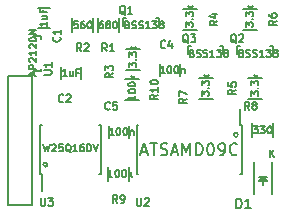
<source format=gto>
G04 #@! TF.FileFunction,Legend,Top*
%FSLAX46Y46*%
G04 Gerber Fmt 4.6, Leading zero omitted, Abs format (unit mm)*
G04 Created by KiCad (PCBNEW 4.0.5) date 11/08/17 14:45:23*
%MOMM*%
%LPD*%
G01*
G04 APERTURE LIST*
%ADD10C,0.100000*%
%ADD11C,0.150000*%
%ADD12C,0.200000*%
%ADD13C,0.152400*%
G04 APERTURE END LIST*
D10*
D11*
X196311857Y-58818429D02*
X196311857Y-58218429D01*
X196654714Y-58818429D02*
X196397571Y-58475571D01*
X196654714Y-58218429D02*
X196311857Y-58561286D01*
D12*
X193600605Y-56896000D02*
G75*
G03X193600605Y-56896000I-179605J0D01*
G01*
X177471605Y-59436000D02*
G75*
G03X177471605Y-59436000I-179605J0D01*
G01*
D11*
X184390000Y-59598000D02*
X184390000Y-60798000D01*
X182640000Y-60798000D02*
X182640000Y-59598000D01*
X188683000Y-51919000D02*
X188683000Y-50919000D01*
X186983000Y-50919000D02*
X186983000Y-51919000D01*
X193934000Y-56091000D02*
X193819000Y-56091000D01*
X193934000Y-60241000D02*
X193819000Y-60241000D01*
X185034000Y-60241000D02*
X185149000Y-60241000D01*
X185034000Y-56091000D02*
X185149000Y-56091000D01*
X193934000Y-56091000D02*
X193934000Y-60241000D01*
X185034000Y-56091000D02*
X185034000Y-60241000D01*
X193819000Y-56091000D02*
X193819000Y-54716000D01*
X176876000Y-60241000D02*
X177021000Y-60241000D01*
X176876000Y-56091000D02*
X177021000Y-56091000D01*
X182026000Y-56091000D02*
X181881000Y-56091000D01*
X182026000Y-60241000D02*
X181881000Y-60241000D01*
X176876000Y-60241000D02*
X176876000Y-56091000D01*
X182026000Y-60241000D02*
X182026000Y-56091000D01*
X177021000Y-60241000D02*
X177021000Y-61641000D01*
X176665000Y-47840000D02*
X177665000Y-47840000D01*
X177665000Y-46140000D02*
X176665000Y-46140000D01*
X178601000Y-51189000D02*
X178601000Y-52189000D01*
X180301000Y-52189000D02*
X180301000Y-51189000D01*
X184365000Y-57142000D02*
X184365000Y-56142000D01*
X182665000Y-56142000D02*
X182665000Y-57142000D01*
X186719160Y-46974760D02*
X186670900Y-46974760D01*
X183920180Y-47675800D02*
X183920180Y-46974760D01*
X183920180Y-46974760D02*
X184169100Y-46974760D01*
X186719160Y-46974760D02*
X186919820Y-46974760D01*
X186919820Y-46974760D02*
X186919820Y-47675800D01*
X196371160Y-49387760D02*
X196322900Y-49387760D01*
X193572180Y-50088800D02*
X193572180Y-49387760D01*
X193572180Y-49387760D02*
X193821100Y-49387760D01*
X196371160Y-49387760D02*
X196571820Y-49387760D01*
X196571820Y-49387760D02*
X196571820Y-50088800D01*
X192180160Y-49387760D02*
X192131900Y-49387760D01*
X189381180Y-50088800D02*
X189381180Y-49387760D01*
X189381180Y-49387760D02*
X189630100Y-49387760D01*
X192180160Y-49387760D02*
X192380820Y-49387760D01*
X192380820Y-49387760D02*
X192380820Y-50088800D01*
X181751000Y-48225000D02*
X181751000Y-47025000D01*
X183501000Y-47025000D02*
X183501000Y-48225000D01*
X179592000Y-48225000D02*
X179592000Y-47025000D01*
X181342000Y-47025000D02*
X181342000Y-48225000D01*
X185324000Y-51421000D02*
X184124000Y-51421000D01*
X184124000Y-49671000D02*
X185324000Y-49671000D01*
X190145000Y-47992000D02*
X188945000Y-47992000D01*
X188945000Y-46242000D02*
X190145000Y-46242000D01*
X195672000Y-53834000D02*
X194472000Y-53834000D01*
X194472000Y-52084000D02*
X195672000Y-52084000D01*
X195225000Y-47992000D02*
X194025000Y-47992000D01*
X194025000Y-46242000D02*
X195225000Y-46242000D01*
X190281000Y-52084000D02*
X191481000Y-52084000D01*
X191481000Y-53834000D02*
X190281000Y-53834000D01*
X196582000Y-55915000D02*
X196582000Y-57115000D01*
X194832000Y-57115000D02*
X194832000Y-55915000D01*
X176926240Y-51337160D02*
X176926240Y-51288900D01*
X176225200Y-48538180D02*
X176926240Y-48538180D01*
X176926240Y-48538180D02*
X176926240Y-48787100D01*
X176926240Y-51337160D02*
X176926240Y-51537820D01*
X176926240Y-51537820D02*
X176225200Y-51537820D01*
X176149000Y-51943000D02*
X176149000Y-62865000D01*
X174117000Y-62865000D02*
X174117000Y-51943000D01*
X174117000Y-51943000D02*
X176149000Y-51943000D01*
X176149000Y-62865000D02*
X174117000Y-62865000D01*
X185258000Y-53961000D02*
X184058000Y-53961000D01*
X184058000Y-52211000D02*
X185258000Y-52211000D01*
X194957000Y-59233000D02*
X194957000Y-61933000D01*
X196457000Y-59233000D02*
X196457000Y-61933000D01*
X195557000Y-60733000D02*
X195807000Y-60733000D01*
X195807000Y-60733000D02*
X195657000Y-60583000D01*
X196057000Y-60483000D02*
X195357000Y-60483000D01*
X195707000Y-60833000D02*
X195707000Y-61183000D01*
X195707000Y-60483000D02*
X196057000Y-60833000D01*
X196057000Y-60833000D02*
X195357000Y-60833000D01*
X195357000Y-60833000D02*
X195707000Y-60483000D01*
D13*
X183404934Y-62655752D02*
X183184800Y-62341276D01*
X183027562Y-62655752D02*
X183027562Y-61995352D01*
X183279143Y-61995352D01*
X183342038Y-62026800D01*
X183373486Y-62058248D01*
X183404934Y-62121143D01*
X183404934Y-62215486D01*
X183373486Y-62278381D01*
X183342038Y-62309829D01*
X183279143Y-62341276D01*
X183027562Y-62341276D01*
X183719410Y-62655752D02*
X183845200Y-62655752D01*
X183908095Y-62624305D01*
X183939543Y-62592857D01*
X184002438Y-62498514D01*
X184033886Y-62372724D01*
X184033886Y-62121143D01*
X184002438Y-62058248D01*
X183970991Y-62026800D01*
X183908095Y-61995352D01*
X183782305Y-61995352D01*
X183719410Y-62026800D01*
X183687962Y-62058248D01*
X183656514Y-62121143D01*
X183656514Y-62278381D01*
X183687962Y-62341276D01*
X183719410Y-62372724D01*
X183782305Y-62404171D01*
X183908095Y-62404171D01*
X183970991Y-62372724D01*
X184002438Y-62341276D01*
X184033886Y-62278381D01*
X182988858Y-60463571D02*
X182640515Y-60463571D01*
X182814687Y-60463571D02*
X182814687Y-59853971D01*
X182756630Y-59941057D01*
X182698572Y-59999114D01*
X182640515Y-60028143D01*
X183366229Y-59853971D02*
X183424286Y-59853971D01*
X183482343Y-59883000D01*
X183511372Y-59912029D01*
X183540401Y-59970086D01*
X183569429Y-60086200D01*
X183569429Y-60231343D01*
X183540401Y-60347457D01*
X183511372Y-60405514D01*
X183482343Y-60434543D01*
X183424286Y-60463571D01*
X183366229Y-60463571D01*
X183308172Y-60434543D01*
X183279143Y-60405514D01*
X183250115Y-60347457D01*
X183221086Y-60231343D01*
X183221086Y-60086200D01*
X183250115Y-59970086D01*
X183279143Y-59912029D01*
X183308172Y-59883000D01*
X183366229Y-59853971D01*
X183946800Y-59853971D02*
X184004857Y-59853971D01*
X184062914Y-59883000D01*
X184091943Y-59912029D01*
X184120972Y-59970086D01*
X184150000Y-60086200D01*
X184150000Y-60231343D01*
X184120972Y-60347457D01*
X184091943Y-60405514D01*
X184062914Y-60434543D01*
X184004857Y-60463571D01*
X183946800Y-60463571D01*
X183888743Y-60434543D01*
X183859714Y-60405514D01*
X183830686Y-60347457D01*
X183801657Y-60231343D01*
X183801657Y-60086200D01*
X183830686Y-59970086D01*
X183859714Y-59912029D01*
X183888743Y-59883000D01*
X183946800Y-59853971D01*
X184411257Y-60463571D02*
X184411257Y-59853971D01*
X184469314Y-60231343D02*
X184643485Y-60463571D01*
X184643485Y-60057171D02*
X184411257Y-60289400D01*
X187468934Y-49511857D02*
X187437486Y-49543305D01*
X187343143Y-49574752D01*
X187280248Y-49574752D01*
X187185905Y-49543305D01*
X187123010Y-49480410D01*
X187091562Y-49417514D01*
X187060114Y-49291724D01*
X187060114Y-49197381D01*
X187091562Y-49071590D01*
X187123010Y-49008695D01*
X187185905Y-48945800D01*
X187280248Y-48914352D01*
X187343143Y-48914352D01*
X187437486Y-48945800D01*
X187468934Y-48977248D01*
X188034991Y-49134486D02*
X188034991Y-49574752D01*
X187877753Y-48882905D02*
X187720514Y-49354619D01*
X188129334Y-49354619D01*
X187404829Y-51694771D02*
X187056486Y-51694771D01*
X187230658Y-51694771D02*
X187230658Y-51085171D01*
X187172601Y-51172257D01*
X187114543Y-51230314D01*
X187056486Y-51259343D01*
X187782200Y-51085171D02*
X187840257Y-51085171D01*
X187898314Y-51114200D01*
X187927343Y-51143229D01*
X187956372Y-51201286D01*
X187985400Y-51317400D01*
X187985400Y-51462543D01*
X187956372Y-51578657D01*
X187927343Y-51636714D01*
X187898314Y-51665743D01*
X187840257Y-51694771D01*
X187782200Y-51694771D01*
X187724143Y-51665743D01*
X187695114Y-51636714D01*
X187666086Y-51578657D01*
X187637057Y-51462543D01*
X187637057Y-51317400D01*
X187666086Y-51201286D01*
X187695114Y-51143229D01*
X187724143Y-51114200D01*
X187782200Y-51085171D01*
X188362771Y-51085171D02*
X188420828Y-51085171D01*
X188478885Y-51114200D01*
X188507914Y-51143229D01*
X188536943Y-51201286D01*
X188565971Y-51317400D01*
X188565971Y-51462543D01*
X188536943Y-51578657D01*
X188507914Y-51636714D01*
X188478885Y-51665743D01*
X188420828Y-51694771D01*
X188362771Y-51694771D01*
X188304714Y-51665743D01*
X188275685Y-51636714D01*
X188246657Y-51578657D01*
X188217628Y-51462543D01*
X188217628Y-51317400D01*
X188246657Y-51201286D01*
X188275685Y-51143229D01*
X188304714Y-51114200D01*
X188362771Y-51085171D01*
X188827228Y-51288371D02*
X188827228Y-51694771D01*
X188827228Y-51346429D02*
X188856256Y-51317400D01*
X188914314Y-51288371D01*
X189001399Y-51288371D01*
X189059456Y-51317400D01*
X189088485Y-51375457D01*
X189088485Y-51694771D01*
X185043838Y-62249352D02*
X185043838Y-62783962D01*
X185075286Y-62846857D01*
X185106733Y-62878305D01*
X185169629Y-62909752D01*
X185295419Y-62909752D01*
X185358314Y-62878305D01*
X185389762Y-62846857D01*
X185421210Y-62783962D01*
X185421210Y-62249352D01*
X185704238Y-62312248D02*
X185735686Y-62280800D01*
X185798581Y-62249352D01*
X185955819Y-62249352D01*
X186018715Y-62280800D01*
X186050162Y-62312248D01*
X186081610Y-62375143D01*
X186081610Y-62438038D01*
X186050162Y-62532381D01*
X185672791Y-62909752D01*
X186081610Y-62909752D01*
D11*
X185436381Y-58332667D02*
X185912572Y-58332667D01*
X185341143Y-58618381D02*
X185674476Y-57618381D01*
X186007810Y-58618381D01*
X186198286Y-57618381D02*
X186769715Y-57618381D01*
X186484000Y-58618381D02*
X186484000Y-57618381D01*
X187055429Y-58570762D02*
X187198286Y-58618381D01*
X187436382Y-58618381D01*
X187531620Y-58570762D01*
X187579239Y-58523143D01*
X187626858Y-58427905D01*
X187626858Y-58332667D01*
X187579239Y-58237429D01*
X187531620Y-58189810D01*
X187436382Y-58142190D01*
X187245905Y-58094571D01*
X187150667Y-58046952D01*
X187103048Y-57999333D01*
X187055429Y-57904095D01*
X187055429Y-57808857D01*
X187103048Y-57713619D01*
X187150667Y-57666000D01*
X187245905Y-57618381D01*
X187484001Y-57618381D01*
X187626858Y-57666000D01*
X188007810Y-58332667D02*
X188484001Y-58332667D01*
X187912572Y-58618381D02*
X188245905Y-57618381D01*
X188579239Y-58618381D01*
X188912572Y-58618381D02*
X188912572Y-57618381D01*
X189245906Y-58332667D01*
X189579239Y-57618381D01*
X189579239Y-58618381D01*
X190055429Y-58618381D02*
X190055429Y-57618381D01*
X190293524Y-57618381D01*
X190436382Y-57666000D01*
X190531620Y-57761238D01*
X190579239Y-57856476D01*
X190626858Y-58046952D01*
X190626858Y-58189810D01*
X190579239Y-58380286D01*
X190531620Y-58475524D01*
X190436382Y-58570762D01*
X190293524Y-58618381D01*
X190055429Y-58618381D01*
X191245905Y-57618381D02*
X191341144Y-57618381D01*
X191436382Y-57666000D01*
X191484001Y-57713619D01*
X191531620Y-57808857D01*
X191579239Y-57999333D01*
X191579239Y-58237429D01*
X191531620Y-58427905D01*
X191484001Y-58523143D01*
X191436382Y-58570762D01*
X191341144Y-58618381D01*
X191245905Y-58618381D01*
X191150667Y-58570762D01*
X191103048Y-58523143D01*
X191055429Y-58427905D01*
X191007810Y-58237429D01*
X191007810Y-57999333D01*
X191055429Y-57808857D01*
X191103048Y-57713619D01*
X191150667Y-57666000D01*
X191245905Y-57618381D01*
X192055429Y-58618381D02*
X192245905Y-58618381D01*
X192341144Y-58570762D01*
X192388763Y-58523143D01*
X192484001Y-58380286D01*
X192531620Y-58189810D01*
X192531620Y-57808857D01*
X192484001Y-57713619D01*
X192436382Y-57666000D01*
X192341144Y-57618381D01*
X192150667Y-57618381D01*
X192055429Y-57666000D01*
X192007810Y-57713619D01*
X191960191Y-57808857D01*
X191960191Y-58046952D01*
X192007810Y-58142190D01*
X192055429Y-58189810D01*
X192150667Y-58237429D01*
X192341144Y-58237429D01*
X192436382Y-58189810D01*
X192484001Y-58142190D01*
X192531620Y-58046952D01*
X193531620Y-58523143D02*
X193484001Y-58570762D01*
X193341144Y-58618381D01*
X193245906Y-58618381D01*
X193103048Y-58570762D01*
X193007810Y-58475524D01*
X192960191Y-58380286D01*
X192912572Y-58189810D01*
X192912572Y-58046952D01*
X192960191Y-57856476D01*
X193007810Y-57761238D01*
X193103048Y-57666000D01*
X193245906Y-57618381D01*
X193341144Y-57618381D01*
X193484001Y-57666000D01*
X193531620Y-57713619D01*
D13*
X176915838Y-62249352D02*
X176915838Y-62783962D01*
X176947286Y-62846857D01*
X176978733Y-62878305D01*
X177041629Y-62909752D01*
X177167419Y-62909752D01*
X177230314Y-62878305D01*
X177261762Y-62846857D01*
X177293210Y-62783962D01*
X177293210Y-62249352D01*
X177544791Y-62249352D02*
X177953610Y-62249352D01*
X177733477Y-62500933D01*
X177827819Y-62500933D01*
X177890715Y-62532381D01*
X177922162Y-62563829D01*
X177953610Y-62626724D01*
X177953610Y-62783962D01*
X177922162Y-62846857D01*
X177890715Y-62878305D01*
X177827819Y-62909752D01*
X177639134Y-62909752D01*
X177576238Y-62878305D01*
X177544791Y-62846857D01*
X177143230Y-57705171D02*
X177288373Y-58314771D01*
X177404487Y-57879343D01*
X177520601Y-58314771D01*
X177665744Y-57705171D01*
X177868944Y-57763229D02*
X177897973Y-57734200D01*
X177956030Y-57705171D01*
X178101173Y-57705171D01*
X178159230Y-57734200D01*
X178188259Y-57763229D01*
X178217287Y-57821286D01*
X178217287Y-57879343D01*
X178188259Y-57966429D01*
X177839916Y-58314771D01*
X178217287Y-58314771D01*
X178768830Y-57705171D02*
X178478544Y-57705171D01*
X178449515Y-57995457D01*
X178478544Y-57966429D01*
X178536601Y-57937400D01*
X178681744Y-57937400D01*
X178739801Y-57966429D01*
X178768830Y-57995457D01*
X178797858Y-58053514D01*
X178797858Y-58198657D01*
X178768830Y-58256714D01*
X178739801Y-58285743D01*
X178681744Y-58314771D01*
X178536601Y-58314771D01*
X178478544Y-58285743D01*
X178449515Y-58256714D01*
X179465515Y-58372829D02*
X179407458Y-58343800D01*
X179349401Y-58285743D01*
X179262315Y-58198657D01*
X179204258Y-58169629D01*
X179146201Y-58169629D01*
X179175229Y-58314771D02*
X179117172Y-58285743D01*
X179059115Y-58227686D01*
X179030086Y-58111571D01*
X179030086Y-57908371D01*
X179059115Y-57792257D01*
X179117172Y-57734200D01*
X179175229Y-57705171D01*
X179291343Y-57705171D01*
X179349401Y-57734200D01*
X179407458Y-57792257D01*
X179436486Y-57908371D01*
X179436486Y-58111571D01*
X179407458Y-58227686D01*
X179349401Y-58285743D01*
X179291343Y-58314771D01*
X179175229Y-58314771D01*
X180017058Y-58314771D02*
X179668715Y-58314771D01*
X179842887Y-58314771D02*
X179842887Y-57705171D01*
X179784830Y-57792257D01*
X179726772Y-57850314D01*
X179668715Y-57879343D01*
X180539572Y-57705171D02*
X180423458Y-57705171D01*
X180365401Y-57734200D01*
X180336372Y-57763229D01*
X180278315Y-57850314D01*
X180249286Y-57966429D01*
X180249286Y-58198657D01*
X180278315Y-58256714D01*
X180307343Y-58285743D01*
X180365401Y-58314771D01*
X180481515Y-58314771D01*
X180539572Y-58285743D01*
X180568601Y-58256714D01*
X180597629Y-58198657D01*
X180597629Y-58053514D01*
X180568601Y-57995457D01*
X180539572Y-57966429D01*
X180481515Y-57937400D01*
X180365401Y-57937400D01*
X180307343Y-57966429D01*
X180278315Y-57995457D01*
X180249286Y-58053514D01*
X180858886Y-58314771D02*
X180858886Y-57705171D01*
X181004029Y-57705171D01*
X181091114Y-57734200D01*
X181149172Y-57792257D01*
X181178200Y-57850314D01*
X181207229Y-57966429D01*
X181207229Y-58053514D01*
X181178200Y-58169629D01*
X181149172Y-58227686D01*
X181091114Y-58285743D01*
X181004029Y-58314771D01*
X180858886Y-58314771D01*
X181381400Y-57705171D02*
X181584600Y-58314771D01*
X181787800Y-57705171D01*
X178527857Y-48624066D02*
X178559305Y-48655514D01*
X178590752Y-48749857D01*
X178590752Y-48812752D01*
X178559305Y-48907095D01*
X178496410Y-48969990D01*
X178433514Y-49001438D01*
X178307724Y-49032886D01*
X178213381Y-49032886D01*
X178087590Y-49001438D01*
X178024695Y-48969990D01*
X177961800Y-48907095D01*
X177930352Y-48812752D01*
X177930352Y-48749857D01*
X177961800Y-48655514D01*
X177993248Y-48624066D01*
X178590752Y-47995114D02*
X178590752Y-48372486D01*
X178590752Y-48183800D02*
X177930352Y-48183800D01*
X178024695Y-48246695D01*
X178087590Y-48309590D01*
X178119038Y-48372486D01*
X177440771Y-47352857D02*
X177440771Y-47701200D01*
X177440771Y-47527028D02*
X176831171Y-47527028D01*
X176918257Y-47585085D01*
X176976314Y-47643143D01*
X177005343Y-47701200D01*
X177034371Y-46830343D02*
X177440771Y-46830343D01*
X177034371Y-47091600D02*
X177353686Y-47091600D01*
X177411743Y-47062572D01*
X177440771Y-47004514D01*
X177440771Y-46917429D01*
X177411743Y-46859372D01*
X177382714Y-46830343D01*
X177121457Y-46336857D02*
X177121457Y-46540057D01*
X177440771Y-46540057D02*
X176831171Y-46540057D01*
X176831171Y-46249771D01*
X178832934Y-54083857D02*
X178801486Y-54115305D01*
X178707143Y-54146752D01*
X178644248Y-54146752D01*
X178549905Y-54115305D01*
X178487010Y-54052410D01*
X178455562Y-53989514D01*
X178424114Y-53863724D01*
X178424114Y-53769381D01*
X178455562Y-53643590D01*
X178487010Y-53580695D01*
X178549905Y-53517800D01*
X178644248Y-53486352D01*
X178707143Y-53486352D01*
X178801486Y-53517800D01*
X178832934Y-53549248D01*
X179084514Y-53549248D02*
X179115962Y-53517800D01*
X179178857Y-53486352D01*
X179336095Y-53486352D01*
X179398991Y-53517800D01*
X179430438Y-53549248D01*
X179461886Y-53612143D01*
X179461886Y-53675038D01*
X179430438Y-53769381D01*
X179053067Y-54146752D01*
X179461886Y-54146752D01*
X179121143Y-51946771D02*
X178772800Y-51946771D01*
X178946972Y-51946771D02*
X178946972Y-51337171D01*
X178888915Y-51424257D01*
X178830857Y-51482314D01*
X178772800Y-51511343D01*
X179643657Y-51540371D02*
X179643657Y-51946771D01*
X179382400Y-51540371D02*
X179382400Y-51859686D01*
X179411428Y-51917743D01*
X179469486Y-51946771D01*
X179556571Y-51946771D01*
X179614628Y-51917743D01*
X179643657Y-51888714D01*
X180137143Y-51627457D02*
X179933943Y-51627457D01*
X179933943Y-51946771D02*
X179933943Y-51337171D01*
X180224229Y-51337171D01*
X182769934Y-54718857D02*
X182738486Y-54750305D01*
X182644143Y-54781752D01*
X182581248Y-54781752D01*
X182486905Y-54750305D01*
X182424010Y-54687410D01*
X182392562Y-54624514D01*
X182361114Y-54498724D01*
X182361114Y-54404381D01*
X182392562Y-54278590D01*
X182424010Y-54215695D01*
X182486905Y-54152800D01*
X182581248Y-54121352D01*
X182644143Y-54121352D01*
X182738486Y-54152800D01*
X182769934Y-54184248D01*
X183367438Y-54121352D02*
X183052962Y-54121352D01*
X183021514Y-54435829D01*
X183052962Y-54404381D01*
X183115857Y-54372933D01*
X183273095Y-54372933D01*
X183335991Y-54404381D01*
X183367438Y-54435829D01*
X183398886Y-54498724D01*
X183398886Y-54655962D01*
X183367438Y-54718857D01*
X183335991Y-54750305D01*
X183273095Y-54781752D01*
X183115857Y-54781752D01*
X183052962Y-54750305D01*
X183021514Y-54718857D01*
X183086829Y-56917771D02*
X182738486Y-56917771D01*
X182912658Y-56917771D02*
X182912658Y-56308171D01*
X182854601Y-56395257D01*
X182796543Y-56453314D01*
X182738486Y-56482343D01*
X183464200Y-56308171D02*
X183522257Y-56308171D01*
X183580314Y-56337200D01*
X183609343Y-56366229D01*
X183638372Y-56424286D01*
X183667400Y-56540400D01*
X183667400Y-56685543D01*
X183638372Y-56801657D01*
X183609343Y-56859714D01*
X183580314Y-56888743D01*
X183522257Y-56917771D01*
X183464200Y-56917771D01*
X183406143Y-56888743D01*
X183377114Y-56859714D01*
X183348086Y-56801657D01*
X183319057Y-56685543D01*
X183319057Y-56540400D01*
X183348086Y-56424286D01*
X183377114Y-56366229D01*
X183406143Y-56337200D01*
X183464200Y-56308171D01*
X184044771Y-56308171D02*
X184102828Y-56308171D01*
X184160885Y-56337200D01*
X184189914Y-56366229D01*
X184218943Y-56424286D01*
X184247971Y-56540400D01*
X184247971Y-56685543D01*
X184218943Y-56801657D01*
X184189914Y-56859714D01*
X184160885Y-56888743D01*
X184102828Y-56917771D01*
X184044771Y-56917771D01*
X183986714Y-56888743D01*
X183957685Y-56859714D01*
X183928657Y-56801657D01*
X183899628Y-56685543D01*
X183899628Y-56540400D01*
X183928657Y-56424286D01*
X183957685Y-56366229D01*
X183986714Y-56337200D01*
X184044771Y-56308171D01*
X184509228Y-56511371D02*
X184509228Y-56917771D01*
X184509228Y-56569429D02*
X184538256Y-56540400D01*
X184596314Y-56511371D01*
X184683399Y-56511371D01*
X184741456Y-56540400D01*
X184770485Y-56598457D01*
X184770485Y-56917771D01*
X184087105Y-46716648D02*
X184024210Y-46685200D01*
X183961314Y-46622305D01*
X183866971Y-46527962D01*
X183804076Y-46496514D01*
X183741181Y-46496514D01*
X183772629Y-46653752D02*
X183709733Y-46622305D01*
X183646838Y-46559410D01*
X183615390Y-46433619D01*
X183615390Y-46213486D01*
X183646838Y-46087695D01*
X183709733Y-46024800D01*
X183772629Y-45993352D01*
X183898419Y-45993352D01*
X183961314Y-46024800D01*
X184024210Y-46087695D01*
X184055657Y-46213486D01*
X184055657Y-46433619D01*
X184024210Y-46559410D01*
X183961314Y-46622305D01*
X183898419Y-46653752D01*
X183772629Y-46653752D01*
X184684610Y-46653752D02*
X184307238Y-46653752D01*
X184495924Y-46653752D02*
X184495924Y-45993352D01*
X184433029Y-46087695D01*
X184370134Y-46150590D01*
X184307238Y-46182038D01*
X184266116Y-47571457D02*
X184353202Y-47600486D01*
X184382230Y-47629514D01*
X184411259Y-47687571D01*
X184411259Y-47774657D01*
X184382230Y-47832714D01*
X184353202Y-47861743D01*
X184295144Y-47890771D01*
X184062916Y-47890771D01*
X184062916Y-47281171D01*
X184266116Y-47281171D01*
X184324173Y-47310200D01*
X184353202Y-47339229D01*
X184382230Y-47397286D01*
X184382230Y-47455343D01*
X184353202Y-47513400D01*
X184324173Y-47542429D01*
X184266116Y-47571457D01*
X184062916Y-47571457D01*
X184643487Y-47861743D02*
X184730573Y-47890771D01*
X184875716Y-47890771D01*
X184933773Y-47861743D01*
X184962802Y-47832714D01*
X184991830Y-47774657D01*
X184991830Y-47716600D01*
X184962802Y-47658543D01*
X184933773Y-47629514D01*
X184875716Y-47600486D01*
X184759602Y-47571457D01*
X184701544Y-47542429D01*
X184672516Y-47513400D01*
X184643487Y-47455343D01*
X184643487Y-47397286D01*
X184672516Y-47339229D01*
X184701544Y-47310200D01*
X184759602Y-47281171D01*
X184904744Y-47281171D01*
X184991830Y-47310200D01*
X185224058Y-47861743D02*
X185311144Y-47890771D01*
X185456287Y-47890771D01*
X185514344Y-47861743D01*
X185543373Y-47832714D01*
X185572401Y-47774657D01*
X185572401Y-47716600D01*
X185543373Y-47658543D01*
X185514344Y-47629514D01*
X185456287Y-47600486D01*
X185340173Y-47571457D01*
X185282115Y-47542429D01*
X185253087Y-47513400D01*
X185224058Y-47455343D01*
X185224058Y-47397286D01*
X185253087Y-47339229D01*
X185282115Y-47310200D01*
X185340173Y-47281171D01*
X185485315Y-47281171D01*
X185572401Y-47310200D01*
X186152972Y-47890771D02*
X185804629Y-47890771D01*
X185978801Y-47890771D02*
X185978801Y-47281171D01*
X185920744Y-47368257D01*
X185862686Y-47426314D01*
X185804629Y-47455343D01*
X186356172Y-47281171D02*
X186733543Y-47281171D01*
X186530343Y-47513400D01*
X186617429Y-47513400D01*
X186675486Y-47542429D01*
X186704515Y-47571457D01*
X186733543Y-47629514D01*
X186733543Y-47774657D01*
X186704515Y-47832714D01*
X186675486Y-47861743D01*
X186617429Y-47890771D01*
X186443257Y-47890771D01*
X186385200Y-47861743D01*
X186356172Y-47832714D01*
X187081886Y-47542429D02*
X187023828Y-47513400D01*
X186994800Y-47484371D01*
X186965771Y-47426314D01*
X186965771Y-47397286D01*
X186994800Y-47339229D01*
X187023828Y-47310200D01*
X187081886Y-47281171D01*
X187198000Y-47281171D01*
X187256057Y-47310200D01*
X187285086Y-47339229D01*
X187314114Y-47397286D01*
X187314114Y-47426314D01*
X187285086Y-47484371D01*
X187256057Y-47513400D01*
X187198000Y-47542429D01*
X187081886Y-47542429D01*
X187023828Y-47571457D01*
X186994800Y-47600486D01*
X186965771Y-47658543D01*
X186965771Y-47774657D01*
X186994800Y-47832714D01*
X187023828Y-47861743D01*
X187081886Y-47890771D01*
X187198000Y-47890771D01*
X187256057Y-47861743D01*
X187285086Y-47832714D01*
X187314114Y-47774657D01*
X187314114Y-47658543D01*
X187285086Y-47600486D01*
X187256057Y-47571457D01*
X187198000Y-47542429D01*
X193485105Y-49129648D02*
X193422210Y-49098200D01*
X193359314Y-49035305D01*
X193264971Y-48940962D01*
X193202076Y-48909514D01*
X193139181Y-48909514D01*
X193170629Y-49066752D02*
X193107733Y-49035305D01*
X193044838Y-48972410D01*
X193013390Y-48846619D01*
X193013390Y-48626486D01*
X193044838Y-48500695D01*
X193107733Y-48437800D01*
X193170629Y-48406352D01*
X193296419Y-48406352D01*
X193359314Y-48437800D01*
X193422210Y-48500695D01*
X193453657Y-48626486D01*
X193453657Y-48846619D01*
X193422210Y-48972410D01*
X193359314Y-49035305D01*
X193296419Y-49066752D01*
X193170629Y-49066752D01*
X193705238Y-48469248D02*
X193736686Y-48437800D01*
X193799581Y-48406352D01*
X193956819Y-48406352D01*
X194019715Y-48437800D01*
X194051162Y-48469248D01*
X194082610Y-48532143D01*
X194082610Y-48595038D01*
X194051162Y-48689381D01*
X193673791Y-49066752D01*
X194082610Y-49066752D01*
X193918116Y-49984457D02*
X194005202Y-50013486D01*
X194034230Y-50042514D01*
X194063259Y-50100571D01*
X194063259Y-50187657D01*
X194034230Y-50245714D01*
X194005202Y-50274743D01*
X193947144Y-50303771D01*
X193714916Y-50303771D01*
X193714916Y-49694171D01*
X193918116Y-49694171D01*
X193976173Y-49723200D01*
X194005202Y-49752229D01*
X194034230Y-49810286D01*
X194034230Y-49868343D01*
X194005202Y-49926400D01*
X193976173Y-49955429D01*
X193918116Y-49984457D01*
X193714916Y-49984457D01*
X194295487Y-50274743D02*
X194382573Y-50303771D01*
X194527716Y-50303771D01*
X194585773Y-50274743D01*
X194614802Y-50245714D01*
X194643830Y-50187657D01*
X194643830Y-50129600D01*
X194614802Y-50071543D01*
X194585773Y-50042514D01*
X194527716Y-50013486D01*
X194411602Y-49984457D01*
X194353544Y-49955429D01*
X194324516Y-49926400D01*
X194295487Y-49868343D01*
X194295487Y-49810286D01*
X194324516Y-49752229D01*
X194353544Y-49723200D01*
X194411602Y-49694171D01*
X194556744Y-49694171D01*
X194643830Y-49723200D01*
X194876058Y-50274743D02*
X194963144Y-50303771D01*
X195108287Y-50303771D01*
X195166344Y-50274743D01*
X195195373Y-50245714D01*
X195224401Y-50187657D01*
X195224401Y-50129600D01*
X195195373Y-50071543D01*
X195166344Y-50042514D01*
X195108287Y-50013486D01*
X194992173Y-49984457D01*
X194934115Y-49955429D01*
X194905087Y-49926400D01*
X194876058Y-49868343D01*
X194876058Y-49810286D01*
X194905087Y-49752229D01*
X194934115Y-49723200D01*
X194992173Y-49694171D01*
X195137315Y-49694171D01*
X195224401Y-49723200D01*
X195804972Y-50303771D02*
X195456629Y-50303771D01*
X195630801Y-50303771D02*
X195630801Y-49694171D01*
X195572744Y-49781257D01*
X195514686Y-49839314D01*
X195456629Y-49868343D01*
X196008172Y-49694171D02*
X196385543Y-49694171D01*
X196182343Y-49926400D01*
X196269429Y-49926400D01*
X196327486Y-49955429D01*
X196356515Y-49984457D01*
X196385543Y-50042514D01*
X196385543Y-50187657D01*
X196356515Y-50245714D01*
X196327486Y-50274743D01*
X196269429Y-50303771D01*
X196095257Y-50303771D01*
X196037200Y-50274743D01*
X196008172Y-50245714D01*
X196733886Y-49955429D02*
X196675828Y-49926400D01*
X196646800Y-49897371D01*
X196617771Y-49839314D01*
X196617771Y-49810286D01*
X196646800Y-49752229D01*
X196675828Y-49723200D01*
X196733886Y-49694171D01*
X196850000Y-49694171D01*
X196908057Y-49723200D01*
X196937086Y-49752229D01*
X196966114Y-49810286D01*
X196966114Y-49839314D01*
X196937086Y-49897371D01*
X196908057Y-49926400D01*
X196850000Y-49955429D01*
X196733886Y-49955429D01*
X196675828Y-49984457D01*
X196646800Y-50013486D01*
X196617771Y-50071543D01*
X196617771Y-50187657D01*
X196646800Y-50245714D01*
X196675828Y-50274743D01*
X196733886Y-50303771D01*
X196850000Y-50303771D01*
X196908057Y-50274743D01*
X196937086Y-50245714D01*
X196966114Y-50187657D01*
X196966114Y-50071543D01*
X196937086Y-50013486D01*
X196908057Y-49984457D01*
X196850000Y-49955429D01*
X189421105Y-49129648D02*
X189358210Y-49098200D01*
X189295314Y-49035305D01*
X189200971Y-48940962D01*
X189138076Y-48909514D01*
X189075181Y-48909514D01*
X189106629Y-49066752D02*
X189043733Y-49035305D01*
X188980838Y-48972410D01*
X188949390Y-48846619D01*
X188949390Y-48626486D01*
X188980838Y-48500695D01*
X189043733Y-48437800D01*
X189106629Y-48406352D01*
X189232419Y-48406352D01*
X189295314Y-48437800D01*
X189358210Y-48500695D01*
X189389657Y-48626486D01*
X189389657Y-48846619D01*
X189358210Y-48972410D01*
X189295314Y-49035305D01*
X189232419Y-49066752D01*
X189106629Y-49066752D01*
X189609791Y-48406352D02*
X190018610Y-48406352D01*
X189798477Y-48657933D01*
X189892819Y-48657933D01*
X189955715Y-48689381D01*
X189987162Y-48720829D01*
X190018610Y-48783724D01*
X190018610Y-48940962D01*
X189987162Y-49003857D01*
X189955715Y-49035305D01*
X189892819Y-49066752D01*
X189704134Y-49066752D01*
X189641238Y-49035305D01*
X189609791Y-49003857D01*
X189727116Y-49984457D02*
X189814202Y-50013486D01*
X189843230Y-50042514D01*
X189872259Y-50100571D01*
X189872259Y-50187657D01*
X189843230Y-50245714D01*
X189814202Y-50274743D01*
X189756144Y-50303771D01*
X189523916Y-50303771D01*
X189523916Y-49694171D01*
X189727116Y-49694171D01*
X189785173Y-49723200D01*
X189814202Y-49752229D01*
X189843230Y-49810286D01*
X189843230Y-49868343D01*
X189814202Y-49926400D01*
X189785173Y-49955429D01*
X189727116Y-49984457D01*
X189523916Y-49984457D01*
X190104487Y-50274743D02*
X190191573Y-50303771D01*
X190336716Y-50303771D01*
X190394773Y-50274743D01*
X190423802Y-50245714D01*
X190452830Y-50187657D01*
X190452830Y-50129600D01*
X190423802Y-50071543D01*
X190394773Y-50042514D01*
X190336716Y-50013486D01*
X190220602Y-49984457D01*
X190162544Y-49955429D01*
X190133516Y-49926400D01*
X190104487Y-49868343D01*
X190104487Y-49810286D01*
X190133516Y-49752229D01*
X190162544Y-49723200D01*
X190220602Y-49694171D01*
X190365744Y-49694171D01*
X190452830Y-49723200D01*
X190685058Y-50274743D02*
X190772144Y-50303771D01*
X190917287Y-50303771D01*
X190975344Y-50274743D01*
X191004373Y-50245714D01*
X191033401Y-50187657D01*
X191033401Y-50129600D01*
X191004373Y-50071543D01*
X190975344Y-50042514D01*
X190917287Y-50013486D01*
X190801173Y-49984457D01*
X190743115Y-49955429D01*
X190714087Y-49926400D01*
X190685058Y-49868343D01*
X190685058Y-49810286D01*
X190714087Y-49752229D01*
X190743115Y-49723200D01*
X190801173Y-49694171D01*
X190946315Y-49694171D01*
X191033401Y-49723200D01*
X191613972Y-50303771D02*
X191265629Y-50303771D01*
X191439801Y-50303771D02*
X191439801Y-49694171D01*
X191381744Y-49781257D01*
X191323686Y-49839314D01*
X191265629Y-49868343D01*
X191817172Y-49694171D02*
X192194543Y-49694171D01*
X191991343Y-49926400D01*
X192078429Y-49926400D01*
X192136486Y-49955429D01*
X192165515Y-49984457D01*
X192194543Y-50042514D01*
X192194543Y-50187657D01*
X192165515Y-50245714D01*
X192136486Y-50274743D01*
X192078429Y-50303771D01*
X191904257Y-50303771D01*
X191846200Y-50274743D01*
X191817172Y-50245714D01*
X192542886Y-49955429D02*
X192484828Y-49926400D01*
X192455800Y-49897371D01*
X192426771Y-49839314D01*
X192426771Y-49810286D01*
X192455800Y-49752229D01*
X192484828Y-49723200D01*
X192542886Y-49694171D01*
X192659000Y-49694171D01*
X192717057Y-49723200D01*
X192746086Y-49752229D01*
X192775114Y-49810286D01*
X192775114Y-49839314D01*
X192746086Y-49897371D01*
X192717057Y-49926400D01*
X192659000Y-49955429D01*
X192542886Y-49955429D01*
X192484828Y-49984457D01*
X192455800Y-50013486D01*
X192426771Y-50071543D01*
X192426771Y-50187657D01*
X192455800Y-50245714D01*
X192484828Y-50274743D01*
X192542886Y-50303771D01*
X192659000Y-50303771D01*
X192717057Y-50274743D01*
X192746086Y-50245714D01*
X192775114Y-50187657D01*
X192775114Y-50071543D01*
X192746086Y-50013486D01*
X192717057Y-49984457D01*
X192659000Y-49955429D01*
X182515934Y-49828752D02*
X182295800Y-49514276D01*
X182138562Y-49828752D02*
X182138562Y-49168352D01*
X182390143Y-49168352D01*
X182453038Y-49199800D01*
X182484486Y-49231248D01*
X182515934Y-49294143D01*
X182515934Y-49388486D01*
X182484486Y-49451381D01*
X182453038Y-49482829D01*
X182390143Y-49514276D01*
X182138562Y-49514276D01*
X183144886Y-49828752D02*
X182767514Y-49828752D01*
X182956200Y-49828752D02*
X182956200Y-49168352D01*
X182893305Y-49262695D01*
X182830410Y-49325590D01*
X182767514Y-49357038D01*
X182161544Y-47291171D02*
X182045430Y-47291171D01*
X181987373Y-47320200D01*
X181958344Y-47349229D01*
X181900287Y-47436314D01*
X181871258Y-47552429D01*
X181871258Y-47784657D01*
X181900287Y-47842714D01*
X181929315Y-47871743D01*
X181987373Y-47900771D01*
X182103487Y-47900771D01*
X182161544Y-47871743D01*
X182190573Y-47842714D01*
X182219601Y-47784657D01*
X182219601Y-47639514D01*
X182190573Y-47581457D01*
X182161544Y-47552429D01*
X182103487Y-47523400D01*
X181987373Y-47523400D01*
X181929315Y-47552429D01*
X181900287Y-47581457D01*
X181871258Y-47639514D01*
X182567944Y-47552429D02*
X182509886Y-47523400D01*
X182480858Y-47494371D01*
X182451829Y-47436314D01*
X182451829Y-47407286D01*
X182480858Y-47349229D01*
X182509886Y-47320200D01*
X182567944Y-47291171D01*
X182684058Y-47291171D01*
X182742115Y-47320200D01*
X182771144Y-47349229D01*
X182800172Y-47407286D01*
X182800172Y-47436314D01*
X182771144Y-47494371D01*
X182742115Y-47523400D01*
X182684058Y-47552429D01*
X182567944Y-47552429D01*
X182509886Y-47581457D01*
X182480858Y-47610486D01*
X182451829Y-47668543D01*
X182451829Y-47784657D01*
X182480858Y-47842714D01*
X182509886Y-47871743D01*
X182567944Y-47900771D01*
X182684058Y-47900771D01*
X182742115Y-47871743D01*
X182771144Y-47842714D01*
X182800172Y-47784657D01*
X182800172Y-47668543D01*
X182771144Y-47610486D01*
X182742115Y-47581457D01*
X182684058Y-47552429D01*
X183177543Y-47291171D02*
X183235600Y-47291171D01*
X183293657Y-47320200D01*
X183322686Y-47349229D01*
X183351715Y-47407286D01*
X183380743Y-47523400D01*
X183380743Y-47668543D01*
X183351715Y-47784657D01*
X183322686Y-47842714D01*
X183293657Y-47871743D01*
X183235600Y-47900771D01*
X183177543Y-47900771D01*
X183119486Y-47871743D01*
X183090457Y-47842714D01*
X183061429Y-47784657D01*
X183032400Y-47668543D01*
X183032400Y-47523400D01*
X183061429Y-47407286D01*
X183090457Y-47349229D01*
X183119486Y-47320200D01*
X183177543Y-47291171D01*
X180356934Y-49828752D02*
X180136800Y-49514276D01*
X179979562Y-49828752D02*
X179979562Y-49168352D01*
X180231143Y-49168352D01*
X180294038Y-49199800D01*
X180325486Y-49231248D01*
X180356934Y-49294143D01*
X180356934Y-49388486D01*
X180325486Y-49451381D01*
X180294038Y-49482829D01*
X180231143Y-49514276D01*
X179979562Y-49514276D01*
X180608514Y-49231248D02*
X180639962Y-49199800D01*
X180702857Y-49168352D01*
X180860095Y-49168352D01*
X180922991Y-49199800D01*
X180954438Y-49231248D01*
X180985886Y-49294143D01*
X180985886Y-49357038D01*
X180954438Y-49451381D01*
X180577067Y-49828752D01*
X180985886Y-49828752D01*
X180031573Y-47291171D02*
X179741287Y-47291171D01*
X179712258Y-47581457D01*
X179741287Y-47552429D01*
X179799344Y-47523400D01*
X179944487Y-47523400D01*
X180002544Y-47552429D01*
X180031573Y-47581457D01*
X180060601Y-47639514D01*
X180060601Y-47784657D01*
X180031573Y-47842714D01*
X180002544Y-47871743D01*
X179944487Y-47900771D01*
X179799344Y-47900771D01*
X179741287Y-47871743D01*
X179712258Y-47842714D01*
X180583115Y-47291171D02*
X180467001Y-47291171D01*
X180408944Y-47320200D01*
X180379915Y-47349229D01*
X180321858Y-47436314D01*
X180292829Y-47552429D01*
X180292829Y-47784657D01*
X180321858Y-47842714D01*
X180350886Y-47871743D01*
X180408944Y-47900771D01*
X180525058Y-47900771D01*
X180583115Y-47871743D01*
X180612144Y-47842714D01*
X180641172Y-47784657D01*
X180641172Y-47639514D01*
X180612144Y-47581457D01*
X180583115Y-47552429D01*
X180525058Y-47523400D01*
X180408944Y-47523400D01*
X180350886Y-47552429D01*
X180321858Y-47581457D01*
X180292829Y-47639514D01*
X181018543Y-47291171D02*
X181076600Y-47291171D01*
X181134657Y-47320200D01*
X181163686Y-47349229D01*
X181192715Y-47407286D01*
X181221743Y-47523400D01*
X181221743Y-47668543D01*
X181192715Y-47784657D01*
X181163686Y-47842714D01*
X181134657Y-47871743D01*
X181076600Y-47900771D01*
X181018543Y-47900771D01*
X180960486Y-47871743D01*
X180931457Y-47842714D01*
X180902429Y-47784657D01*
X180873400Y-47668543D01*
X180873400Y-47523400D01*
X180902429Y-47407286D01*
X180931457Y-47349229D01*
X180960486Y-47320200D01*
X181018543Y-47291171D01*
X183051752Y-51672066D02*
X182737276Y-51892200D01*
X183051752Y-52049438D02*
X182391352Y-52049438D01*
X182391352Y-51797857D01*
X182422800Y-51734962D01*
X182454248Y-51703514D01*
X182517143Y-51672066D01*
X182611486Y-51672066D01*
X182674381Y-51703514D01*
X182705829Y-51734962D01*
X182737276Y-51797857D01*
X182737276Y-52049438D01*
X182391352Y-51451933D02*
X182391352Y-51043114D01*
X182642933Y-51263247D01*
X182642933Y-51168905D01*
X182674381Y-51106009D01*
X182705829Y-51074562D01*
X182768724Y-51043114D01*
X182925962Y-51043114D01*
X182988857Y-51074562D01*
X183020305Y-51106009D01*
X183051752Y-51168905D01*
X183051752Y-51357590D01*
X183020305Y-51420486D01*
X182988857Y-51451933D01*
X184390171Y-51177371D02*
X184390171Y-50800000D01*
X184622400Y-51003200D01*
X184622400Y-50916114D01*
X184651429Y-50858057D01*
X184680457Y-50829028D01*
X184738514Y-50800000D01*
X184883657Y-50800000D01*
X184941714Y-50829028D01*
X184970743Y-50858057D01*
X184999771Y-50916114D01*
X184999771Y-51090286D01*
X184970743Y-51148343D01*
X184941714Y-51177371D01*
X184941714Y-50538743D02*
X184970743Y-50509715D01*
X184999771Y-50538743D01*
X184970743Y-50567772D01*
X184941714Y-50538743D01*
X184999771Y-50538743D01*
X184390171Y-50306514D02*
X184390171Y-49929143D01*
X184622400Y-50132343D01*
X184622400Y-50045257D01*
X184651429Y-49987200D01*
X184680457Y-49958171D01*
X184738514Y-49929143D01*
X184883657Y-49929143D01*
X184941714Y-49958171D01*
X184970743Y-49987200D01*
X184999771Y-50045257D01*
X184999771Y-50219429D01*
X184970743Y-50277486D01*
X184941714Y-50306514D01*
X184999771Y-49667886D02*
X184390171Y-49667886D01*
X184767543Y-49609829D02*
X184999771Y-49435658D01*
X184593371Y-49435658D02*
X184825600Y-49667886D01*
X191875752Y-47227066D02*
X191561276Y-47447200D01*
X191875752Y-47604438D02*
X191215352Y-47604438D01*
X191215352Y-47352857D01*
X191246800Y-47289962D01*
X191278248Y-47258514D01*
X191341143Y-47227066D01*
X191435486Y-47227066D01*
X191498381Y-47258514D01*
X191529829Y-47289962D01*
X191561276Y-47352857D01*
X191561276Y-47604438D01*
X191435486Y-46661009D02*
X191875752Y-46661009D01*
X191183905Y-46818247D02*
X191655619Y-46975486D01*
X191655619Y-46566666D01*
X189211171Y-47748371D02*
X189211171Y-47371000D01*
X189443400Y-47574200D01*
X189443400Y-47487114D01*
X189472429Y-47429057D01*
X189501457Y-47400028D01*
X189559514Y-47371000D01*
X189704657Y-47371000D01*
X189762714Y-47400028D01*
X189791743Y-47429057D01*
X189820771Y-47487114D01*
X189820771Y-47661286D01*
X189791743Y-47719343D01*
X189762714Y-47748371D01*
X189762714Y-47109743D02*
X189791743Y-47080715D01*
X189820771Y-47109743D01*
X189791743Y-47138772D01*
X189762714Y-47109743D01*
X189820771Y-47109743D01*
X189211171Y-46877514D02*
X189211171Y-46500143D01*
X189443400Y-46703343D01*
X189443400Y-46616257D01*
X189472429Y-46558200D01*
X189501457Y-46529171D01*
X189559514Y-46500143D01*
X189704657Y-46500143D01*
X189762714Y-46529171D01*
X189791743Y-46558200D01*
X189820771Y-46616257D01*
X189820771Y-46790429D01*
X189791743Y-46848486D01*
X189762714Y-46877514D01*
X189820771Y-46238886D02*
X189211171Y-46238886D01*
X189588543Y-46180829D02*
X189820771Y-46006658D01*
X189414371Y-46006658D02*
X189646600Y-46238886D01*
X193465752Y-53069066D02*
X193151276Y-53289200D01*
X193465752Y-53446438D02*
X192805352Y-53446438D01*
X192805352Y-53194857D01*
X192836800Y-53131962D01*
X192868248Y-53100514D01*
X192931143Y-53069066D01*
X193025486Y-53069066D01*
X193088381Y-53100514D01*
X193119829Y-53131962D01*
X193151276Y-53194857D01*
X193151276Y-53446438D01*
X192805352Y-52471562D02*
X192805352Y-52786038D01*
X193119829Y-52817486D01*
X193088381Y-52786038D01*
X193056933Y-52723143D01*
X193056933Y-52565905D01*
X193088381Y-52503009D01*
X193119829Y-52471562D01*
X193182724Y-52440114D01*
X193339962Y-52440114D01*
X193402857Y-52471562D01*
X193434305Y-52503009D01*
X193465752Y-52565905D01*
X193465752Y-52723143D01*
X193434305Y-52786038D01*
X193402857Y-52817486D01*
X194738171Y-53590371D02*
X194738171Y-53213000D01*
X194970400Y-53416200D01*
X194970400Y-53329114D01*
X194999429Y-53271057D01*
X195028457Y-53242028D01*
X195086514Y-53213000D01*
X195231657Y-53213000D01*
X195289714Y-53242028D01*
X195318743Y-53271057D01*
X195347771Y-53329114D01*
X195347771Y-53503286D01*
X195318743Y-53561343D01*
X195289714Y-53590371D01*
X195289714Y-52951743D02*
X195318743Y-52922715D01*
X195347771Y-52951743D01*
X195318743Y-52980772D01*
X195289714Y-52951743D01*
X195347771Y-52951743D01*
X194738171Y-52719514D02*
X194738171Y-52342143D01*
X194970400Y-52545343D01*
X194970400Y-52458257D01*
X194999429Y-52400200D01*
X195028457Y-52371171D01*
X195086514Y-52342143D01*
X195231657Y-52342143D01*
X195289714Y-52371171D01*
X195318743Y-52400200D01*
X195347771Y-52458257D01*
X195347771Y-52632429D01*
X195318743Y-52690486D01*
X195289714Y-52719514D01*
X195347771Y-52080886D02*
X194738171Y-52080886D01*
X195115543Y-52022829D02*
X195347771Y-51848658D01*
X194941371Y-51848658D02*
X195173600Y-52080886D01*
X196894752Y-47227066D02*
X196580276Y-47447200D01*
X196894752Y-47604438D02*
X196234352Y-47604438D01*
X196234352Y-47352857D01*
X196265800Y-47289962D01*
X196297248Y-47258514D01*
X196360143Y-47227066D01*
X196454486Y-47227066D01*
X196517381Y-47258514D01*
X196548829Y-47289962D01*
X196580276Y-47352857D01*
X196580276Y-47604438D01*
X196234352Y-46661009D02*
X196234352Y-46786800D01*
X196265800Y-46849695D01*
X196297248Y-46881143D01*
X196391590Y-46944038D01*
X196517381Y-46975486D01*
X196768962Y-46975486D01*
X196831857Y-46944038D01*
X196863305Y-46912590D01*
X196894752Y-46849695D01*
X196894752Y-46723905D01*
X196863305Y-46661009D01*
X196831857Y-46629562D01*
X196768962Y-46598114D01*
X196611724Y-46598114D01*
X196548829Y-46629562D01*
X196517381Y-46661009D01*
X196485933Y-46723905D01*
X196485933Y-46849695D01*
X196517381Y-46912590D01*
X196548829Y-46944038D01*
X196611724Y-46975486D01*
X194291171Y-47748371D02*
X194291171Y-47371000D01*
X194523400Y-47574200D01*
X194523400Y-47487114D01*
X194552429Y-47429057D01*
X194581457Y-47400028D01*
X194639514Y-47371000D01*
X194784657Y-47371000D01*
X194842714Y-47400028D01*
X194871743Y-47429057D01*
X194900771Y-47487114D01*
X194900771Y-47661286D01*
X194871743Y-47719343D01*
X194842714Y-47748371D01*
X194842714Y-47109743D02*
X194871743Y-47080715D01*
X194900771Y-47109743D01*
X194871743Y-47138772D01*
X194842714Y-47109743D01*
X194900771Y-47109743D01*
X194291171Y-46877514D02*
X194291171Y-46500143D01*
X194523400Y-46703343D01*
X194523400Y-46616257D01*
X194552429Y-46558200D01*
X194581457Y-46529171D01*
X194639514Y-46500143D01*
X194784657Y-46500143D01*
X194842714Y-46529171D01*
X194871743Y-46558200D01*
X194900771Y-46616257D01*
X194900771Y-46790429D01*
X194871743Y-46848486D01*
X194842714Y-46877514D01*
X194900771Y-46238886D02*
X194291171Y-46238886D01*
X194668543Y-46180829D02*
X194900771Y-46006658D01*
X194494371Y-46006658D02*
X194726600Y-46238886D01*
X189274752Y-53831066D02*
X188960276Y-54051200D01*
X189274752Y-54208438D02*
X188614352Y-54208438D01*
X188614352Y-53956857D01*
X188645800Y-53893962D01*
X188677248Y-53862514D01*
X188740143Y-53831066D01*
X188834486Y-53831066D01*
X188897381Y-53862514D01*
X188928829Y-53893962D01*
X188960276Y-53956857D01*
X188960276Y-54208438D01*
X188614352Y-53610933D02*
X188614352Y-53170666D01*
X189274752Y-53453695D01*
X190547171Y-53590371D02*
X190547171Y-53213000D01*
X190779400Y-53416200D01*
X190779400Y-53329114D01*
X190808429Y-53271057D01*
X190837457Y-53242028D01*
X190895514Y-53213000D01*
X191040657Y-53213000D01*
X191098714Y-53242028D01*
X191127743Y-53271057D01*
X191156771Y-53329114D01*
X191156771Y-53503286D01*
X191127743Y-53561343D01*
X191098714Y-53590371D01*
X191098714Y-52951743D02*
X191127743Y-52922715D01*
X191156771Y-52951743D01*
X191127743Y-52980772D01*
X191098714Y-52951743D01*
X191156771Y-52951743D01*
X190547171Y-52719514D02*
X190547171Y-52342143D01*
X190779400Y-52545343D01*
X190779400Y-52458257D01*
X190808429Y-52400200D01*
X190837457Y-52371171D01*
X190895514Y-52342143D01*
X191040657Y-52342143D01*
X191098714Y-52371171D01*
X191127743Y-52400200D01*
X191156771Y-52458257D01*
X191156771Y-52632429D01*
X191127743Y-52690486D01*
X191098714Y-52719514D01*
X191156771Y-52080886D02*
X190547171Y-52080886D01*
X190924543Y-52022829D02*
X191156771Y-51848658D01*
X190750371Y-51848658D02*
X190982600Y-52080886D01*
X194580934Y-54781752D02*
X194360800Y-54467276D01*
X194203562Y-54781752D02*
X194203562Y-54121352D01*
X194455143Y-54121352D01*
X194518038Y-54152800D01*
X194549486Y-54184248D01*
X194580934Y-54247143D01*
X194580934Y-54341486D01*
X194549486Y-54404381D01*
X194518038Y-54435829D01*
X194455143Y-54467276D01*
X194203562Y-54467276D01*
X194958305Y-54404381D02*
X194895410Y-54372933D01*
X194863962Y-54341486D01*
X194832514Y-54278590D01*
X194832514Y-54247143D01*
X194863962Y-54184248D01*
X194895410Y-54152800D01*
X194958305Y-54121352D01*
X195084095Y-54121352D01*
X195146991Y-54152800D01*
X195178438Y-54184248D01*
X195209886Y-54247143D01*
X195209886Y-54278590D01*
X195178438Y-54341486D01*
X195146991Y-54372933D01*
X195084095Y-54404381D01*
X194958305Y-54404381D01*
X194895410Y-54435829D01*
X194863962Y-54467276D01*
X194832514Y-54530171D01*
X194832514Y-54655962D01*
X194863962Y-54718857D01*
X194895410Y-54750305D01*
X194958305Y-54781752D01*
X195084095Y-54781752D01*
X195146991Y-54750305D01*
X195178438Y-54718857D01*
X195209886Y-54655962D01*
X195209886Y-54530171D01*
X195178438Y-54467276D01*
X195146991Y-54435829D01*
X195084095Y-54404381D01*
X194923230Y-56181171D02*
X195300601Y-56181171D01*
X195097401Y-56413400D01*
X195184487Y-56413400D01*
X195242544Y-56442429D01*
X195271573Y-56471457D01*
X195300601Y-56529514D01*
X195300601Y-56674657D01*
X195271573Y-56732714D01*
X195242544Y-56761743D01*
X195184487Y-56790771D01*
X195010315Y-56790771D01*
X194952258Y-56761743D01*
X194923230Y-56732714D01*
X195503801Y-56181171D02*
X195881172Y-56181171D01*
X195677972Y-56413400D01*
X195765058Y-56413400D01*
X195823115Y-56442429D01*
X195852144Y-56471457D01*
X195881172Y-56529514D01*
X195881172Y-56674657D01*
X195852144Y-56732714D01*
X195823115Y-56761743D01*
X195765058Y-56790771D01*
X195590886Y-56790771D01*
X195532829Y-56761743D01*
X195503801Y-56732714D01*
X196258543Y-56181171D02*
X196316600Y-56181171D01*
X196374657Y-56210200D01*
X196403686Y-56239229D01*
X196432715Y-56297286D01*
X196461743Y-56413400D01*
X196461743Y-56558543D01*
X196432715Y-56674657D01*
X196403686Y-56732714D01*
X196374657Y-56761743D01*
X196316600Y-56790771D01*
X196258543Y-56790771D01*
X196200486Y-56761743D01*
X196171457Y-56732714D01*
X196142429Y-56674657D01*
X196113400Y-56558543D01*
X196113400Y-56413400D01*
X196142429Y-56297286D01*
X196171457Y-56239229D01*
X196200486Y-56210200D01*
X196258543Y-56181171D01*
X177184352Y-51811162D02*
X177718962Y-51811162D01*
X177781857Y-51779714D01*
X177813305Y-51748267D01*
X177844752Y-51685371D01*
X177844752Y-51559581D01*
X177813305Y-51496686D01*
X177781857Y-51465238D01*
X177718962Y-51433790D01*
X177184352Y-51433790D01*
X177844752Y-50773390D02*
X177844752Y-51150762D01*
X177844752Y-50962076D02*
X177184352Y-50962076D01*
X177278695Y-51024971D01*
X177341590Y-51087866D01*
X177373038Y-51150762D01*
X176377600Y-51856639D02*
X176377600Y-51566353D01*
X176551771Y-51914696D02*
X175942171Y-51711496D01*
X176551771Y-51508296D01*
X176551771Y-51305096D02*
X175942171Y-51305096D01*
X175942171Y-51072868D01*
X175971200Y-51014810D01*
X176000229Y-50985782D01*
X176058286Y-50956753D01*
X176145371Y-50956753D01*
X176203429Y-50985782D01*
X176232457Y-51014810D01*
X176261486Y-51072868D01*
X176261486Y-51305096D01*
X176000229Y-50724525D02*
X175971200Y-50695496D01*
X175942171Y-50637439D01*
X175942171Y-50492296D01*
X175971200Y-50434239D01*
X176000229Y-50405210D01*
X176058286Y-50376182D01*
X176116343Y-50376182D01*
X176203429Y-50405210D01*
X176551771Y-50753553D01*
X176551771Y-50376182D01*
X176551771Y-49795611D02*
X176551771Y-50143954D01*
X176551771Y-49969782D02*
X175942171Y-49969782D01*
X176029257Y-50027839D01*
X176087314Y-50085897D01*
X176116343Y-50143954D01*
X176000229Y-49563383D02*
X175971200Y-49534354D01*
X175942171Y-49476297D01*
X175942171Y-49331154D01*
X175971200Y-49273097D01*
X176000229Y-49244068D01*
X176058286Y-49215040D01*
X176116343Y-49215040D01*
X176203429Y-49244068D01*
X176551771Y-49592411D01*
X176551771Y-49215040D01*
X175942171Y-48837669D02*
X175942171Y-48779612D01*
X175971200Y-48721555D01*
X176000229Y-48692526D01*
X176058286Y-48663497D01*
X176174400Y-48634469D01*
X176319543Y-48634469D01*
X176435657Y-48663497D01*
X176493714Y-48692526D01*
X176522743Y-48721555D01*
X176551771Y-48779612D01*
X176551771Y-48837669D01*
X176522743Y-48895726D01*
X176493714Y-48924755D01*
X176435657Y-48953783D01*
X176319543Y-48982812D01*
X176174400Y-48982812D01*
X176058286Y-48953783D01*
X176000229Y-48924755D01*
X175971200Y-48895726D01*
X175942171Y-48837669D01*
X176551771Y-48373212D02*
X175942171Y-48373212D01*
X176551771Y-48024869D01*
X175942171Y-48024869D01*
X186861752Y-53510542D02*
X186547276Y-53730676D01*
X186861752Y-53887914D02*
X186201352Y-53887914D01*
X186201352Y-53636333D01*
X186232800Y-53573438D01*
X186264248Y-53541990D01*
X186327143Y-53510542D01*
X186421486Y-53510542D01*
X186484381Y-53541990D01*
X186515829Y-53573438D01*
X186547276Y-53636333D01*
X186547276Y-53887914D01*
X186861752Y-52881590D02*
X186861752Y-53258962D01*
X186861752Y-53070276D02*
X186201352Y-53070276D01*
X186295695Y-53133171D01*
X186358590Y-53196066D01*
X186390038Y-53258962D01*
X186201352Y-52472771D02*
X186201352Y-52409876D01*
X186232800Y-52346981D01*
X186264248Y-52315533D01*
X186327143Y-52284086D01*
X186452933Y-52252638D01*
X186610171Y-52252638D01*
X186735962Y-52284086D01*
X186798857Y-52315533D01*
X186830305Y-52346981D01*
X186861752Y-52409876D01*
X186861752Y-52472771D01*
X186830305Y-52535667D01*
X186798857Y-52567114D01*
X186735962Y-52598562D01*
X186610171Y-52630010D01*
X186452933Y-52630010D01*
X186327143Y-52598562D01*
X186264248Y-52567114D01*
X186232800Y-52535667D01*
X186201352Y-52472771D01*
X184933771Y-53612142D02*
X184933771Y-53960485D01*
X184933771Y-53786313D02*
X184324171Y-53786313D01*
X184411257Y-53844370D01*
X184469314Y-53902428D01*
X184498343Y-53960485D01*
X184324171Y-53234771D02*
X184324171Y-53176714D01*
X184353200Y-53118657D01*
X184382229Y-53089628D01*
X184440286Y-53060599D01*
X184556400Y-53031571D01*
X184701543Y-53031571D01*
X184817657Y-53060599D01*
X184875714Y-53089628D01*
X184904743Y-53118657D01*
X184933771Y-53176714D01*
X184933771Y-53234771D01*
X184904743Y-53292828D01*
X184875714Y-53321857D01*
X184817657Y-53350885D01*
X184701543Y-53379914D01*
X184556400Y-53379914D01*
X184440286Y-53350885D01*
X184382229Y-53321857D01*
X184353200Y-53292828D01*
X184324171Y-53234771D01*
X184324171Y-52654200D02*
X184324171Y-52596143D01*
X184353200Y-52538086D01*
X184382229Y-52509057D01*
X184440286Y-52480028D01*
X184556400Y-52451000D01*
X184701543Y-52451000D01*
X184817657Y-52480028D01*
X184875714Y-52509057D01*
X184904743Y-52538086D01*
X184933771Y-52596143D01*
X184933771Y-52654200D01*
X184904743Y-52712257D01*
X184875714Y-52741286D01*
X184817657Y-52770314D01*
X184701543Y-52799343D01*
X184556400Y-52799343D01*
X184440286Y-52770314D01*
X184382229Y-52741286D01*
X184353200Y-52712257D01*
X184324171Y-52654200D01*
X184933771Y-52189743D02*
X184324171Y-52189743D01*
X184701543Y-52131686D02*
X184933771Y-51957515D01*
X184527371Y-51957515D02*
X184759600Y-52189743D01*
D11*
X193465524Y-63099905D02*
X193465524Y-62299905D01*
X193656000Y-62299905D01*
X193770286Y-62338000D01*
X193846477Y-62414190D01*
X193884572Y-62490381D01*
X193922667Y-62642762D01*
X193922667Y-62757048D01*
X193884572Y-62909429D01*
X193846477Y-62985619D01*
X193770286Y-63061810D01*
X193656000Y-63099905D01*
X193465524Y-63099905D01*
X194684572Y-63099905D02*
X194227429Y-63099905D01*
X194456000Y-63099905D02*
X194456000Y-62299905D01*
X194379810Y-62414190D01*
X194303619Y-62490381D01*
X194227429Y-62528476D01*
M02*

</source>
